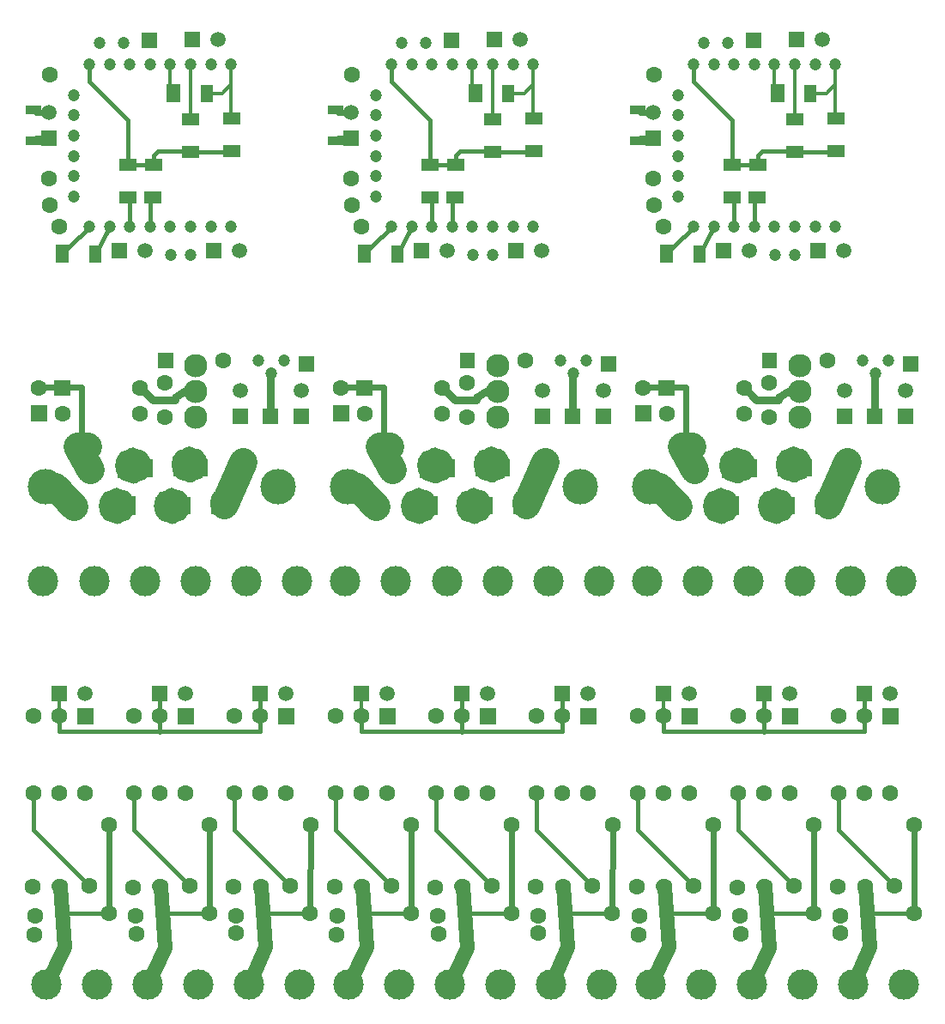
<source format=gbr>
%FSLAX34Y34*%
%MOMM*%
%LNCOPPER_BOTTOM*%
G71*
G01*
%ADD10C, 1.600*%
%ADD11C, 1.200*%
%ADD12R, 1.600X0.870*%
%ADD13C, 1.520*%
%ADD14R, 1.800X1.300*%
%ADD15R, 1.300X1.800*%
%ADD16C, 0.400*%
%ADD17C, 0.300*%
%ADD18C, 0.600*%
%ADD19C, 3.500*%
%ADD20C, 1.600*%
%ADD21C, 3.000*%
%ADD22C, 1.800*%
%ADD23C, 2.800*%
%ADD24C, 2.300*%
%ADD25C, 1.200*%
%ADD26C, 0.800*%
%ADD27C, 1.600*%
%ADD28C, 1.400*%
%ADD29C, 1.400*%
%LPD*%
X32022Y947422D02*
G54D10*
D03*
X31932Y819178D02*
G54D10*
D03*
X210739Y957395D02*
G54D11*
D03*
X190739Y957395D02*
G54D11*
D03*
X170739Y957395D02*
G54D11*
D03*
X150739Y957395D02*
G54D11*
D03*
X130739Y957395D02*
G54D11*
D03*
X110739Y957395D02*
G54D11*
D03*
X90739Y957395D02*
G54D11*
D03*
X70739Y957395D02*
G54D11*
D03*
X55739Y927395D02*
G54D11*
D03*
X55739Y907395D02*
G54D11*
D03*
X55739Y887395D02*
G54D11*
D03*
X55739Y867395D02*
G54D11*
D03*
X55739Y847395D02*
G54D11*
D03*
X55739Y827395D02*
G54D11*
D03*
X70700Y797600D02*
G54D11*
D03*
X90700Y797600D02*
G54D11*
D03*
X110700Y797600D02*
G54D11*
D03*
X130700Y797600D02*
G54D11*
D03*
X150700Y797600D02*
G54D11*
D03*
X170700Y797600D02*
G54D11*
D03*
X190700Y797600D02*
G54D11*
D03*
X210700Y797600D02*
G54D11*
D03*
X41100Y797700D02*
G54D10*
D03*
X31222Y844978D02*
G54D10*
D03*
G36*
X137616Y974095D02*
X122416Y974095D01*
X122416Y989295D01*
X137616Y989295D01*
X137616Y974095D01*
G37*
X15622Y912609D02*
G54D12*
D03*
X15622Y882209D02*
G54D12*
D03*
G36*
X23722Y877009D02*
X23722Y892209D01*
X38922Y892209D01*
X38922Y877009D01*
X23722Y877009D01*
G37*
X31322Y910009D02*
G54D13*
D03*
G36*
X164700Y989500D02*
X179900Y989500D01*
X179900Y974300D01*
X164700Y974300D01*
X164700Y989500D01*
G37*
X197700Y981900D02*
G54D13*
D03*
X211501Y904316D02*
G54D14*
D03*
X211401Y871816D02*
G54D14*
D03*
X170801Y903616D02*
G54D14*
D03*
X170701Y871116D02*
G54D14*
D03*
G36*
X147312Y938128D02*
X160312Y938128D01*
X160312Y920128D01*
X147312Y920128D01*
X147312Y938128D01*
G37*
X186312Y929028D02*
G54D15*
D03*
X109201Y858516D02*
G54D14*
D03*
X109101Y826016D02*
G54D14*
D03*
X133901Y858616D02*
G54D14*
D03*
X133801Y826116D02*
G54D14*
D03*
G36*
X37612Y779728D02*
X50612Y779728D01*
X50612Y761728D01*
X37612Y761728D01*
X37612Y779728D01*
G37*
X76612Y770628D02*
G54D15*
D03*
G54D16*
X71100Y796800D02*
X51300Y777916D01*
X44112Y770728D01*
G54D16*
X90700Y797200D02*
X76612Y770628D01*
G54D16*
X110700Y797600D02*
X110700Y824417D01*
X109101Y826016D01*
G54D16*
X130700Y797600D02*
X130700Y823015D01*
X133801Y826116D01*
G36*
X92900Y781200D02*
X108100Y781200D01*
X108100Y766000D01*
X92900Y766000D01*
X92900Y781200D01*
G37*
X125900Y773600D02*
G54D13*
D03*
G54D17*
X170700Y957600D02*
X170700Y903717D01*
X170801Y903616D01*
G54D17*
X210700Y957600D02*
X210700Y905117D01*
X211501Y904316D01*
G54D17*
X150700Y957600D02*
X150700Y932239D01*
X153812Y929128D01*
G54D17*
X210739Y957395D02*
X210739Y937839D01*
X201900Y929000D01*
X186339Y929000D01*
X186312Y929028D01*
G54D16*
X70739Y957395D02*
X70739Y940361D01*
X108800Y902300D01*
X108800Y858917D01*
X109201Y858516D01*
X133801Y858516D01*
X133901Y858616D01*
X133901Y867801D01*
X138600Y872500D01*
X169317Y872500D01*
X170701Y871116D01*
X210701Y871116D01*
X211401Y871816D01*
X104639Y979195D02*
G54D11*
D03*
X80639Y979195D02*
G54D11*
D03*
X150800Y770100D02*
G54D11*
D03*
X170800Y770100D02*
G54D11*
D03*
G54D18*
X31322Y910009D02*
X18222Y910009D01*
X15622Y912609D01*
G54D18*
X31322Y884609D02*
X18022Y884609D01*
X15622Y882209D01*
G36*
X185700Y781500D02*
X200900Y781500D01*
X200900Y766300D01*
X185700Y766300D01*
X185700Y781500D01*
G37*
X218700Y773900D02*
G54D13*
D03*
X27320Y540700D02*
G54D19*
D03*
X257320Y540700D02*
G54D19*
D03*
X27320Y540700D02*
G54D19*
D03*
X257320Y540700D02*
G54D19*
D03*
X27320Y540700D02*
G54D19*
D03*
X257320Y540700D02*
G54D19*
D03*
G36*
X36332Y646461D02*
X52332Y646461D01*
X52332Y630461D01*
X36332Y630461D01*
X36332Y646461D01*
G37*
X44332Y612961D02*
G54D20*
D03*
X120832Y638461D02*
G54D20*
D03*
X120832Y612961D02*
G54D20*
D03*
X20885Y638696D02*
G54D10*
D03*
G36*
X12885Y605296D02*
X12885Y621296D01*
X28885Y621296D01*
X28885Y605296D01*
X12885Y605296D01*
G37*
X202877Y665724D02*
G54D10*
D03*
X275380Y447700D02*
G54D21*
D03*
X225380Y447700D02*
G54D21*
D03*
X175380Y447700D02*
G54D21*
D03*
X125380Y447700D02*
G54D21*
D03*
X75400Y447700D02*
G54D21*
D03*
X25400Y447700D02*
G54D21*
D03*
G36*
X65475Y567399D02*
X78475Y567400D01*
X78476Y549400D01*
X65476Y549399D01*
X65475Y567399D01*
G37*
X104476Y558299D02*
G54D15*
D03*
X55256Y521499D02*
G54D15*
D03*
X87756Y521399D02*
G54D15*
D03*
X164576Y522499D02*
G54D15*
D03*
X197075Y522399D02*
G54D15*
D03*
G36*
X103075Y531499D02*
X116075Y531500D01*
X116076Y513500D01*
X103076Y513499D01*
X103075Y531499D01*
G37*
X142076Y522400D02*
G54D15*
D03*
X181976Y559400D02*
G54D15*
D03*
X214476Y559300D02*
G54D15*
D03*
G36*
X120475Y568399D02*
X133475Y568400D01*
X133476Y550400D01*
X120476Y550399D01*
X120475Y568399D01*
G37*
X159475Y559299D02*
G54D15*
D03*
G54D22*
G75*
G01X122984Y561865D02*
G03X122984Y561865I-9000J0D01*
G01*
G54D22*
G75*
G01X178664Y562865D02*
G03X178664Y562865I-9000J0D01*
G01*
G54D22*
G75*
G01X106945Y522064D02*
G03X106945Y522064I-9000J0D01*
G01*
G54D22*
G75*
G01X161264Y522065D02*
G03X161264Y522065I-9000J0D01*
G01*
G54D23*
X221976Y565600D02*
X203723Y523703D01*
X203723Y526703D01*
G54D23*
X71975Y558399D02*
X58976Y581137D01*
X69152Y580961D01*
G54D23*
X27320Y540700D02*
X37055Y540700D01*
X55256Y521499D01*
X176001Y660403D02*
G54D24*
D03*
X176001Y635003D02*
G54D24*
D03*
X176001Y609603D02*
G54D24*
D03*
X176001Y660403D02*
G54D24*
D03*
X176001Y635003D02*
G54D24*
D03*
X176001Y609603D02*
G54D24*
D03*
X145547Y609973D02*
G54D10*
D03*
G36*
X272271Y602879D02*
X272271Y618079D01*
X287471Y618079D01*
X287471Y602879D01*
X272271Y602879D01*
G37*
X279871Y635879D02*
G54D13*
D03*
G36*
X212271Y602879D02*
X212271Y618079D01*
X227471Y618079D01*
X227471Y602879D01*
X212271Y602879D01*
G37*
X219871Y635879D02*
G54D13*
D03*
G36*
X138106Y672995D02*
X153306Y672995D01*
X153306Y657795D01*
X138106Y657795D01*
X138106Y672995D01*
G37*
X237600Y665550D02*
G54D25*
D03*
X250300Y652850D02*
G54D25*
D03*
X263000Y665550D02*
G54D25*
D03*
X237600Y665550D02*
G54D25*
D03*
X250300Y652850D02*
G54D25*
D03*
X263000Y665550D02*
G54D25*
D03*
X145647Y643473D02*
G54D10*
D03*
G54D26*
X120832Y638461D02*
X121539Y638461D01*
X133000Y627000D01*
X155000Y627000D01*
X155000Y629000D01*
X164000Y635000D01*
X176001Y635003D01*
G36*
X242106Y617995D02*
X257306Y617995D01*
X257306Y602795D01*
X242106Y602795D01*
X242106Y617995D01*
G37*
G36*
X277106Y669995D02*
X292306Y669995D01*
X292306Y654795D01*
X277106Y654795D01*
X277106Y669995D01*
G37*
G54D26*
X249706Y610395D02*
X249706Y653444D01*
X250300Y652850D01*
G54D18*
X63000Y582000D02*
X63000Y639000D01*
X44000Y639000D01*
X21000Y639000D01*
X278454Y50129D02*
G54D21*
D03*
X228454Y50129D02*
G54D21*
D03*
X178454Y50129D02*
G54D21*
D03*
X128454Y50129D02*
G54D21*
D03*
G36*
X74654Y306929D02*
X58654Y306929D01*
X58654Y322929D01*
X74654Y322929D01*
X74654Y306929D01*
G37*
X41254Y314929D02*
G54D27*
D03*
X15854Y314929D02*
G54D27*
D03*
X15854Y238729D02*
G54D27*
D03*
X41254Y238729D02*
G54D27*
D03*
X66654Y238729D02*
G54D27*
D03*
G36*
X73654Y307929D02*
X59654Y307929D01*
X59654Y321929D01*
X73654Y321929D01*
X73654Y307929D01*
G37*
X41254Y314929D02*
G54D28*
D03*
X15854Y314929D02*
G54D28*
D03*
X15854Y238729D02*
G54D28*
D03*
X41254Y238729D02*
G54D28*
D03*
X66654Y238729D02*
G54D28*
D03*
G54D29*
X28454Y50129D02*
X46447Y86882D01*
X41685Y146764D01*
X40668Y147782D01*
G54D18*
X89963Y120225D02*
X90575Y207229D01*
X41685Y146764D02*
G54D10*
D03*
X15099Y146240D02*
G54D10*
D03*
X17196Y118170D02*
G54D10*
D03*
X89963Y120225D02*
G54D10*
D03*
X70685Y147764D02*
G54D10*
D03*
G54D16*
X15854Y238729D02*
X15854Y202596D01*
X70685Y147764D01*
G54D16*
X89963Y120225D02*
X41076Y120225D01*
X39848Y121453D01*
X90575Y207228D02*
G54D10*
D03*
X78454Y50129D02*
G54D21*
D03*
X28454Y50129D02*
G54D21*
D03*
G36*
X173679Y306800D02*
X157679Y306800D01*
X157679Y322800D01*
X173679Y322800D01*
X173679Y306800D01*
G37*
X140279Y314800D02*
G54D27*
D03*
X114879Y314800D02*
G54D27*
D03*
X114879Y238600D02*
G54D27*
D03*
X140279Y238600D02*
G54D27*
D03*
X165679Y238600D02*
G54D27*
D03*
G36*
X172679Y307800D02*
X158679Y307800D01*
X158679Y321800D01*
X172679Y321800D01*
X172679Y307800D01*
G37*
X140279Y314800D02*
G54D28*
D03*
X114879Y314800D02*
G54D28*
D03*
X114879Y238600D02*
G54D28*
D03*
X140279Y238600D02*
G54D28*
D03*
X165678Y238600D02*
G54D28*
D03*
G54D29*
X128454Y50129D02*
X145472Y86753D01*
X140710Y146636D01*
X139693Y147653D01*
G54D18*
X188988Y120096D02*
X189600Y207100D01*
X140710Y146636D02*
G54D10*
D03*
X114124Y146111D02*
G54D10*
D03*
X116222Y118042D02*
G54D10*
D03*
X188988Y120096D02*
G54D10*
D03*
X169710Y147636D02*
G54D10*
D03*
G54D16*
X114879Y238600D02*
X114879Y202467D01*
X169710Y147636D01*
G54D16*
X188988Y120096D02*
X140101Y120096D01*
X138872Y121324D01*
X189600Y207100D02*
G54D10*
D03*
G36*
X272879Y322900D02*
X256879Y322900D01*
X256879Y306900D01*
X272879Y306900D01*
X272879Y322900D01*
G37*
X239479Y314900D02*
G54D27*
D03*
X214079Y314900D02*
G54D27*
D03*
X214079Y238700D02*
G54D27*
D03*
X239479Y238700D02*
G54D27*
D03*
X264879Y238700D02*
G54D27*
D03*
G36*
X271879Y307900D02*
X257879Y307900D01*
X257879Y321900D01*
X271879Y321900D01*
X271879Y307900D01*
G37*
X239479Y314900D02*
G54D28*
D03*
X214079Y314900D02*
G54D28*
D03*
X214079Y238700D02*
G54D28*
D03*
X239479Y238700D02*
G54D28*
D03*
X264878Y238700D02*
G54D28*
D03*
G54D29*
X228454Y50129D02*
X244672Y86853D01*
X239910Y146736D01*
X238893Y147753D01*
G54D18*
X288188Y120196D02*
X288800Y207200D01*
X239910Y146736D02*
G54D10*
D03*
X213324Y146211D02*
G54D10*
D03*
X215422Y118142D02*
G54D10*
D03*
X288188Y120196D02*
G54D10*
D03*
X268910Y147736D02*
G54D10*
D03*
G54D16*
X214079Y238700D02*
X214079Y202567D01*
X268910Y147736D01*
G54D16*
X288188Y120196D02*
X239301Y120196D01*
X238072Y121424D01*
X288800Y207200D02*
G54D10*
D03*
G54D16*
X41454Y299500D02*
X239454Y299500D01*
X239454Y326704D01*
X239479Y341728D01*
G54D16*
X140279Y314800D02*
X140279Y341754D01*
X140454Y341929D01*
X16675Y99507D02*
G54D10*
D03*
X116975Y100207D02*
G54D10*
D03*
X215775Y100607D02*
G54D10*
D03*
G54D16*
X41254Y314929D02*
X41254Y299700D01*
X41454Y299500D01*
G54D16*
X140279Y314800D02*
X140279Y299404D01*
X140454Y299229D01*
G36*
X33754Y344929D02*
X48954Y344929D01*
X48954Y329729D01*
X33754Y329729D01*
X33754Y344929D01*
G37*
X66754Y337329D02*
G54D13*
D03*
G36*
X132854Y344929D02*
X148054Y344929D01*
X148054Y329729D01*
X132854Y329729D01*
X132854Y344929D01*
G37*
X165854Y337329D02*
G54D13*
D03*
G36*
X231754Y329729D02*
X246954Y329729D01*
X246954Y344929D01*
X231754Y344929D01*
X231754Y329729D01*
G37*
X264754Y337329D02*
G54D13*
D03*
G54D17*
X41354Y337329D02*
X41354Y315029D01*
X41254Y314929D01*
X330022Y947422D02*
G54D10*
D03*
X329932Y819178D02*
G54D10*
D03*
X508739Y957395D02*
G54D11*
D03*
X488739Y957395D02*
G54D11*
D03*
X468739Y957395D02*
G54D11*
D03*
X448739Y957395D02*
G54D11*
D03*
X428739Y957395D02*
G54D11*
D03*
X408739Y957395D02*
G54D11*
D03*
X388739Y957395D02*
G54D11*
D03*
X368739Y957395D02*
G54D11*
D03*
X353739Y927395D02*
G54D11*
D03*
X353739Y907395D02*
G54D11*
D03*
X353739Y887395D02*
G54D11*
D03*
X353739Y867395D02*
G54D11*
D03*
X353739Y847395D02*
G54D11*
D03*
X353739Y827395D02*
G54D11*
D03*
X368700Y797600D02*
G54D11*
D03*
X388700Y797600D02*
G54D11*
D03*
X408700Y797600D02*
G54D11*
D03*
X428700Y797600D02*
G54D11*
D03*
X448700Y797600D02*
G54D11*
D03*
X468700Y797600D02*
G54D11*
D03*
X488700Y797600D02*
G54D11*
D03*
X508700Y797600D02*
G54D11*
D03*
X339100Y797700D02*
G54D10*
D03*
X329222Y844978D02*
G54D10*
D03*
G36*
X435616Y974095D02*
X420416Y974095D01*
X420416Y989295D01*
X435616Y989295D01*
X435616Y974095D01*
G37*
X313622Y912609D02*
G54D12*
D03*
X313622Y882209D02*
G54D12*
D03*
G36*
X321722Y877009D02*
X321722Y892209D01*
X336922Y892209D01*
X336922Y877009D01*
X321722Y877009D01*
G37*
X329322Y910009D02*
G54D13*
D03*
G36*
X462700Y989500D02*
X477900Y989500D01*
X477900Y974300D01*
X462700Y974300D01*
X462700Y989500D01*
G37*
X495700Y981900D02*
G54D13*
D03*
X509501Y904316D02*
G54D14*
D03*
X509401Y871816D02*
G54D14*
D03*
X468801Y903616D02*
G54D14*
D03*
X468701Y871116D02*
G54D14*
D03*
G36*
X445312Y938128D02*
X458312Y938128D01*
X458312Y920128D01*
X445312Y920128D01*
X445312Y938128D01*
G37*
X484312Y929028D02*
G54D15*
D03*
X407201Y858516D02*
G54D14*
D03*
X407101Y826016D02*
G54D14*
D03*
X431901Y858616D02*
G54D14*
D03*
X431801Y826116D02*
G54D14*
D03*
G36*
X335612Y779728D02*
X348612Y779728D01*
X348612Y761728D01*
X335612Y761728D01*
X335612Y779728D01*
G37*
X374612Y770628D02*
G54D15*
D03*
G54D16*
X369100Y796800D02*
X349300Y777916D01*
X342112Y770728D01*
G54D16*
X388700Y797200D02*
X374612Y770628D01*
G54D16*
X408700Y797600D02*
X408700Y824417D01*
X407101Y826016D01*
G54D16*
X428700Y797600D02*
X428700Y823015D01*
X431801Y826116D01*
G36*
X390900Y781200D02*
X406100Y781200D01*
X406100Y766000D01*
X390900Y766000D01*
X390900Y781200D01*
G37*
X423900Y773600D02*
G54D13*
D03*
G54D17*
X468700Y957600D02*
X468700Y903717D01*
X468801Y903616D01*
G54D17*
X508700Y957600D02*
X508700Y905117D01*
X509501Y904316D01*
G54D17*
X448700Y957600D02*
X448700Y932239D01*
X451812Y929128D01*
G54D17*
X508739Y957395D02*
X508739Y937839D01*
X499900Y929000D01*
X484339Y929000D01*
X484312Y929028D01*
G54D16*
X368739Y957395D02*
X368739Y940361D01*
X406800Y902300D01*
X406800Y858917D01*
X407201Y858516D01*
X431801Y858516D01*
X431901Y858616D01*
X431901Y867801D01*
X436600Y872500D01*
X467317Y872500D01*
X468701Y871116D01*
X508701Y871116D01*
X509401Y871816D01*
X402639Y979195D02*
G54D11*
D03*
X378639Y979195D02*
G54D11*
D03*
X448800Y770100D02*
G54D11*
D03*
X468800Y770100D02*
G54D11*
D03*
G54D18*
X329322Y910009D02*
X316222Y910009D01*
X313622Y912609D01*
G54D18*
X329322Y884609D02*
X316022Y884609D01*
X313622Y882209D01*
G36*
X483700Y781500D02*
X498900Y781500D01*
X498900Y766300D01*
X483700Y766300D01*
X483700Y781500D01*
G37*
X516700Y773900D02*
G54D13*
D03*
X325320Y540700D02*
G54D19*
D03*
X555320Y540700D02*
G54D19*
D03*
X325320Y540700D02*
G54D19*
D03*
X555320Y540700D02*
G54D19*
D03*
X325320Y540700D02*
G54D19*
D03*
X555320Y540700D02*
G54D19*
D03*
G36*
X334332Y646461D02*
X350332Y646461D01*
X350332Y630461D01*
X334332Y630461D01*
X334332Y646461D01*
G37*
X342332Y612961D02*
G54D20*
D03*
X418832Y638461D02*
G54D20*
D03*
X418832Y612961D02*
G54D20*
D03*
X318885Y638696D02*
G54D10*
D03*
G36*
X310885Y605296D02*
X310885Y621296D01*
X326885Y621296D01*
X326885Y605296D01*
X310885Y605296D01*
G37*
X500877Y665724D02*
G54D10*
D03*
X573380Y447700D02*
G54D21*
D03*
X523380Y447700D02*
G54D21*
D03*
X473380Y447700D02*
G54D21*
D03*
X423380Y447700D02*
G54D21*
D03*
X373400Y447700D02*
G54D21*
D03*
X323400Y447700D02*
G54D21*
D03*
G36*
X363475Y567399D02*
X376475Y567400D01*
X376476Y549400D01*
X363476Y549399D01*
X363475Y567399D01*
G37*
X402476Y558299D02*
G54D15*
D03*
X353256Y521499D02*
G54D15*
D03*
X385756Y521399D02*
G54D15*
D03*
X462576Y522499D02*
G54D15*
D03*
X495075Y522399D02*
G54D15*
D03*
G36*
X401075Y531499D02*
X414075Y531500D01*
X414076Y513500D01*
X401076Y513499D01*
X401075Y531499D01*
G37*
X440076Y522400D02*
G54D15*
D03*
X479976Y559400D02*
G54D15*
D03*
X512476Y559300D02*
G54D15*
D03*
G36*
X418475Y568399D02*
X431475Y568400D01*
X431476Y550400D01*
X418476Y550399D01*
X418475Y568399D01*
G37*
X457475Y559299D02*
G54D15*
D03*
G54D22*
G75*
G01X420984Y561865D02*
G03X420984Y561865I-9000J0D01*
G01*
G54D22*
G75*
G01X476664Y562865D02*
G03X476664Y562865I-9000J0D01*
G01*
G54D22*
G75*
G01X404945Y522064D02*
G03X404945Y522064I-9000J0D01*
G01*
G54D22*
G75*
G01X459264Y522065D02*
G03X459264Y522065I-9000J0D01*
G01*
G54D23*
X519976Y565600D02*
X501723Y523703D01*
X501723Y526703D01*
G54D23*
X369975Y558399D02*
X356976Y581137D01*
X367152Y580961D01*
G54D23*
X325320Y540700D02*
X335055Y540700D01*
X353256Y521499D01*
X474001Y660403D02*
G54D24*
D03*
X474001Y635003D02*
G54D24*
D03*
X474001Y609603D02*
G54D24*
D03*
X474001Y660403D02*
G54D24*
D03*
X474001Y635003D02*
G54D24*
D03*
X474001Y609603D02*
G54D24*
D03*
X443547Y609973D02*
G54D10*
D03*
G36*
X570271Y602879D02*
X570271Y618079D01*
X585471Y618079D01*
X585471Y602879D01*
X570271Y602879D01*
G37*
X577871Y635879D02*
G54D13*
D03*
G36*
X510271Y602879D02*
X510271Y618079D01*
X525471Y618079D01*
X525471Y602879D01*
X510271Y602879D01*
G37*
X517871Y635879D02*
G54D13*
D03*
G36*
X436106Y672995D02*
X451306Y672995D01*
X451306Y657795D01*
X436106Y657795D01*
X436106Y672995D01*
G37*
X535600Y665550D02*
G54D25*
D03*
X548300Y652850D02*
G54D25*
D03*
X561000Y665550D02*
G54D25*
D03*
X535600Y665550D02*
G54D25*
D03*
X548300Y652850D02*
G54D25*
D03*
X561000Y665550D02*
G54D25*
D03*
X443647Y643473D02*
G54D10*
D03*
G54D26*
X418832Y638461D02*
X419539Y638461D01*
X431000Y627000D01*
X453000Y627000D01*
X453000Y629000D01*
X462000Y635000D01*
X474001Y635003D01*
G36*
X540106Y617995D02*
X555306Y617995D01*
X555306Y602795D01*
X540106Y602795D01*
X540106Y617995D01*
G37*
G36*
X575106Y669995D02*
X590306Y669995D01*
X590306Y654795D01*
X575106Y654795D01*
X575106Y669995D01*
G37*
G54D26*
X547706Y610395D02*
X547706Y653444D01*
X548300Y652850D01*
G54D18*
X361000Y582000D02*
X361000Y639000D01*
X342000Y639000D01*
X319000Y639000D01*
X576454Y50129D02*
G54D21*
D03*
X526454Y50129D02*
G54D21*
D03*
X476454Y50129D02*
G54D21*
D03*
X426454Y50129D02*
G54D21*
D03*
G36*
X372654Y306929D02*
X356654Y306929D01*
X356654Y322929D01*
X372654Y322929D01*
X372654Y306929D01*
G37*
X339254Y314929D02*
G54D27*
D03*
X313854Y314929D02*
G54D27*
D03*
X313854Y238729D02*
G54D27*
D03*
X339254Y238729D02*
G54D27*
D03*
X364654Y238729D02*
G54D27*
D03*
G36*
X371654Y307929D02*
X357654Y307929D01*
X357654Y321929D01*
X371654Y321929D01*
X371654Y307929D01*
G37*
X339254Y314929D02*
G54D28*
D03*
X313854Y314929D02*
G54D28*
D03*
X313854Y238729D02*
G54D28*
D03*
X339254Y238729D02*
G54D28*
D03*
X364654Y238729D02*
G54D28*
D03*
G54D29*
X326454Y50129D02*
X344447Y86882D01*
X339685Y146764D01*
X338668Y147782D01*
G54D18*
X387963Y120225D02*
X388575Y207229D01*
X339685Y146764D02*
G54D10*
D03*
X313099Y146240D02*
G54D10*
D03*
X315196Y118170D02*
G54D10*
D03*
X387963Y120225D02*
G54D10*
D03*
X368685Y147764D02*
G54D10*
D03*
G54D16*
X313854Y238729D02*
X313854Y202596D01*
X368685Y147764D01*
G54D16*
X387963Y120225D02*
X339076Y120225D01*
X337848Y121453D01*
X388575Y207228D02*
G54D10*
D03*
X376454Y50129D02*
G54D21*
D03*
X326454Y50129D02*
G54D21*
D03*
G36*
X471679Y306800D02*
X455679Y306800D01*
X455679Y322800D01*
X471679Y322800D01*
X471679Y306800D01*
G37*
X438279Y314800D02*
G54D27*
D03*
X412879Y314800D02*
G54D27*
D03*
X412879Y238600D02*
G54D27*
D03*
X438279Y238600D02*
G54D27*
D03*
X463679Y238600D02*
G54D27*
D03*
G36*
X470679Y307800D02*
X456679Y307800D01*
X456679Y321800D01*
X470679Y321800D01*
X470679Y307800D01*
G37*
X438279Y314800D02*
G54D28*
D03*
X412879Y314800D02*
G54D28*
D03*
X412879Y238600D02*
G54D28*
D03*
X438279Y238600D02*
G54D28*
D03*
X463678Y238600D02*
G54D28*
D03*
G54D29*
X426454Y50129D02*
X443472Y86753D01*
X438710Y146636D01*
X437693Y147653D01*
G54D18*
X486988Y120096D02*
X487600Y207100D01*
X438710Y146636D02*
G54D10*
D03*
X412124Y146111D02*
G54D10*
D03*
X414222Y118042D02*
G54D10*
D03*
X486988Y120096D02*
G54D10*
D03*
X467710Y147636D02*
G54D10*
D03*
G54D16*
X412879Y238600D02*
X412879Y202467D01*
X467710Y147636D01*
G54D16*
X486988Y120096D02*
X438101Y120096D01*
X436872Y121324D01*
X487600Y207100D02*
G54D10*
D03*
G36*
X570879Y322900D02*
X554879Y322900D01*
X554879Y306900D01*
X570879Y306900D01*
X570879Y322900D01*
G37*
X537479Y314900D02*
G54D27*
D03*
X512079Y314900D02*
G54D27*
D03*
X512079Y238700D02*
G54D27*
D03*
X537479Y238700D02*
G54D27*
D03*
X562879Y238700D02*
G54D27*
D03*
G36*
X569879Y307900D02*
X555879Y307900D01*
X555879Y321900D01*
X569879Y321900D01*
X569879Y307900D01*
G37*
X537479Y314900D02*
G54D28*
D03*
X512079Y314900D02*
G54D28*
D03*
X512079Y238700D02*
G54D28*
D03*
X537479Y238700D02*
G54D28*
D03*
X562878Y238700D02*
G54D28*
D03*
G54D29*
X526454Y50129D02*
X542672Y86853D01*
X537910Y146736D01*
X536893Y147753D01*
G54D18*
X586188Y120196D02*
X586800Y207200D01*
X537910Y146736D02*
G54D10*
D03*
X511324Y146211D02*
G54D10*
D03*
X513422Y118142D02*
G54D10*
D03*
X586188Y120196D02*
G54D10*
D03*
X566910Y147736D02*
G54D10*
D03*
G54D16*
X512079Y238700D02*
X512079Y202567D01*
X566910Y147736D01*
G54D16*
X586188Y120196D02*
X537301Y120196D01*
X536072Y121424D01*
X586800Y207200D02*
G54D10*
D03*
G54D16*
X339454Y299500D02*
X537454Y299500D01*
X537454Y326704D01*
X537479Y341728D01*
G54D16*
X438279Y314800D02*
X438279Y341754D01*
X438454Y341929D01*
X314675Y99507D02*
G54D10*
D03*
X414975Y100207D02*
G54D10*
D03*
X513775Y100607D02*
G54D10*
D03*
G54D16*
X339254Y314929D02*
X339254Y299700D01*
X339454Y299500D01*
G54D16*
X438279Y314800D02*
X438279Y299404D01*
X438454Y299229D01*
G36*
X331754Y344929D02*
X346954Y344929D01*
X346954Y329729D01*
X331754Y329729D01*
X331754Y344929D01*
G37*
X364754Y337329D02*
G54D13*
D03*
G36*
X430854Y344929D02*
X446054Y344929D01*
X446054Y329729D01*
X430854Y329729D01*
X430854Y344929D01*
G37*
X463854Y337329D02*
G54D13*
D03*
G36*
X529754Y344929D02*
X544954Y344929D01*
X544954Y329729D01*
X529754Y329729D01*
X529754Y344929D01*
G37*
X562754Y337329D02*
G54D13*
D03*
G54D17*
X339354Y337329D02*
X339354Y315029D01*
X339254Y314929D01*
X628022Y947422D02*
G54D10*
D03*
X627932Y819178D02*
G54D10*
D03*
X806739Y957395D02*
G54D11*
D03*
X786739Y957395D02*
G54D11*
D03*
X766739Y957395D02*
G54D11*
D03*
X746739Y957395D02*
G54D11*
D03*
X726739Y957395D02*
G54D11*
D03*
X706739Y957395D02*
G54D11*
D03*
X686739Y957395D02*
G54D11*
D03*
X666739Y957395D02*
G54D11*
D03*
X651739Y927395D02*
G54D11*
D03*
X651739Y907395D02*
G54D11*
D03*
X651739Y887395D02*
G54D11*
D03*
X651739Y867395D02*
G54D11*
D03*
X651739Y847395D02*
G54D11*
D03*
X651739Y827395D02*
G54D11*
D03*
X666700Y797600D02*
G54D11*
D03*
X686700Y797600D02*
G54D11*
D03*
X706700Y797600D02*
G54D11*
D03*
X726700Y797600D02*
G54D11*
D03*
X746700Y797600D02*
G54D11*
D03*
X766700Y797600D02*
G54D11*
D03*
X786700Y797600D02*
G54D11*
D03*
X806700Y797600D02*
G54D11*
D03*
X637100Y797700D02*
G54D10*
D03*
X627222Y844978D02*
G54D10*
D03*
G36*
X733616Y974095D02*
X718416Y974095D01*
X718416Y989295D01*
X733616Y989295D01*
X733616Y974095D01*
G37*
X611622Y912609D02*
G54D12*
D03*
X611622Y882209D02*
G54D12*
D03*
G36*
X619722Y877009D02*
X619722Y892209D01*
X634922Y892209D01*
X634922Y877009D01*
X619722Y877009D01*
G37*
X627322Y910009D02*
G54D13*
D03*
G36*
X760700Y989500D02*
X775900Y989500D01*
X775900Y974300D01*
X760700Y974300D01*
X760700Y989500D01*
G37*
X793700Y981900D02*
G54D13*
D03*
X807501Y904316D02*
G54D14*
D03*
X807401Y871816D02*
G54D14*
D03*
X766801Y903616D02*
G54D14*
D03*
X766701Y871116D02*
G54D14*
D03*
G36*
X743312Y938128D02*
X756312Y938128D01*
X756312Y920128D01*
X743312Y920128D01*
X743312Y938128D01*
G37*
X782312Y929028D02*
G54D15*
D03*
X705201Y858516D02*
G54D14*
D03*
X705101Y826016D02*
G54D14*
D03*
X729901Y858616D02*
G54D14*
D03*
X729801Y826116D02*
G54D14*
D03*
G36*
X633612Y779728D02*
X646612Y779728D01*
X646612Y761728D01*
X633612Y761728D01*
X633612Y779728D01*
G37*
X672612Y770628D02*
G54D15*
D03*
G54D16*
X667100Y796800D02*
X647300Y777916D01*
X640112Y770728D01*
G54D16*
X686700Y797200D02*
X672612Y770628D01*
G54D16*
X706700Y797600D02*
X706700Y824417D01*
X705101Y826016D01*
G54D16*
X726700Y797600D02*
X726700Y823015D01*
X729801Y826116D01*
G36*
X688900Y781200D02*
X704100Y781200D01*
X704100Y766000D01*
X688900Y766000D01*
X688900Y781200D01*
G37*
X721900Y773600D02*
G54D13*
D03*
G54D17*
X766700Y957600D02*
X766700Y903717D01*
X766801Y903616D01*
G54D17*
X806700Y957600D02*
X806700Y905117D01*
X807501Y904316D01*
G54D17*
X746700Y957600D02*
X746700Y932239D01*
X749812Y929128D01*
G54D17*
X806739Y957395D02*
X806739Y937839D01*
X797900Y929000D01*
X782339Y929000D01*
X782312Y929028D01*
G54D16*
X666739Y957395D02*
X666739Y940361D01*
X704800Y902300D01*
X704800Y858917D01*
X705201Y858516D01*
X729801Y858516D01*
X729901Y858616D01*
X729901Y867801D01*
X734600Y872500D01*
X765317Y872500D01*
X766701Y871116D01*
X806701Y871116D01*
X807401Y871816D01*
X700639Y979195D02*
G54D11*
D03*
X676639Y979195D02*
G54D11*
D03*
X746800Y770100D02*
G54D11*
D03*
X766800Y770100D02*
G54D11*
D03*
G54D18*
X627322Y910009D02*
X614222Y910009D01*
X611622Y912609D01*
G54D18*
X627322Y884609D02*
X614022Y884609D01*
X611622Y882209D01*
G36*
X781700Y781500D02*
X796900Y781500D01*
X796900Y766300D01*
X781700Y766300D01*
X781700Y781500D01*
G37*
X814700Y773900D02*
G54D13*
D03*
X623320Y540700D02*
G54D19*
D03*
X853320Y540700D02*
G54D19*
D03*
X623320Y540700D02*
G54D19*
D03*
X853320Y540700D02*
G54D19*
D03*
X623320Y540700D02*
G54D19*
D03*
X853320Y540700D02*
G54D19*
D03*
G36*
X632332Y646461D02*
X648332Y646461D01*
X648332Y630461D01*
X632332Y630461D01*
X632332Y646461D01*
G37*
X640332Y612961D02*
G54D20*
D03*
X716832Y638461D02*
G54D20*
D03*
X716832Y612961D02*
G54D20*
D03*
X616885Y638696D02*
G54D10*
D03*
G36*
X608885Y605296D02*
X608885Y621296D01*
X624885Y621296D01*
X624885Y605296D01*
X608885Y605296D01*
G37*
X798877Y665724D02*
G54D10*
D03*
X871380Y447700D02*
G54D21*
D03*
X821380Y447700D02*
G54D21*
D03*
X771380Y447700D02*
G54D21*
D03*
X721380Y447700D02*
G54D21*
D03*
X671400Y447700D02*
G54D21*
D03*
X621400Y447700D02*
G54D21*
D03*
G36*
X661475Y567399D02*
X674475Y567400D01*
X674476Y549400D01*
X661476Y549399D01*
X661475Y567399D01*
G37*
X700476Y558299D02*
G54D15*
D03*
X651256Y521499D02*
G54D15*
D03*
X683756Y521399D02*
G54D15*
D03*
X760576Y522499D02*
G54D15*
D03*
X793075Y522399D02*
G54D15*
D03*
G36*
X699075Y531499D02*
X712075Y531500D01*
X712076Y513500D01*
X699076Y513499D01*
X699075Y531499D01*
G37*
X738076Y522400D02*
G54D15*
D03*
X777976Y559400D02*
G54D15*
D03*
X810476Y559300D02*
G54D15*
D03*
G36*
X716475Y568399D02*
X729475Y568400D01*
X729476Y550400D01*
X716476Y550399D01*
X716475Y568399D01*
G37*
X755475Y559299D02*
G54D15*
D03*
G54D22*
G75*
G01X718984Y561865D02*
G03X718984Y561865I-9000J0D01*
G01*
G54D22*
G75*
G01X774664Y562865D02*
G03X774664Y562865I-9000J0D01*
G01*
G54D22*
G75*
G01X702945Y522064D02*
G03X702945Y522064I-9000J0D01*
G01*
G54D22*
G75*
G01X757264Y522065D02*
G03X757264Y522065I-9000J0D01*
G01*
G54D23*
X817976Y565600D02*
X799723Y523703D01*
X799723Y526703D01*
G54D23*
X667975Y558399D02*
X654976Y581137D01*
X665152Y580961D01*
G54D23*
X623320Y540700D02*
X633055Y540700D01*
X651256Y521499D01*
X772001Y660403D02*
G54D24*
D03*
X772001Y635003D02*
G54D24*
D03*
X772001Y609603D02*
G54D24*
D03*
X772001Y660403D02*
G54D24*
D03*
X772001Y635003D02*
G54D24*
D03*
X772001Y609603D02*
G54D24*
D03*
X741547Y609973D02*
G54D10*
D03*
G36*
X868271Y602879D02*
X868271Y618079D01*
X883471Y618079D01*
X883471Y602879D01*
X868271Y602879D01*
G37*
X875871Y635879D02*
G54D13*
D03*
G36*
X808271Y602879D02*
X808271Y618079D01*
X823471Y618079D01*
X823471Y602879D01*
X808271Y602879D01*
G37*
X815871Y635879D02*
G54D13*
D03*
G36*
X734106Y672995D02*
X749306Y672995D01*
X749306Y657795D01*
X734106Y657795D01*
X734106Y672995D01*
G37*
X833600Y665550D02*
G54D25*
D03*
X846300Y652850D02*
G54D25*
D03*
X859000Y665550D02*
G54D25*
D03*
X833600Y665550D02*
G54D25*
D03*
X846300Y652850D02*
G54D25*
D03*
X859000Y665550D02*
G54D25*
D03*
X741647Y643473D02*
G54D10*
D03*
G54D26*
X716832Y638461D02*
X717539Y638461D01*
X729000Y627000D01*
X751000Y627000D01*
X751000Y629000D01*
X760000Y635000D01*
X772001Y635003D01*
G36*
X838106Y617995D02*
X853306Y617995D01*
X853306Y602795D01*
X838106Y602795D01*
X838106Y617995D01*
G37*
G36*
X873106Y669995D02*
X888306Y669995D01*
X888306Y654795D01*
X873106Y654795D01*
X873106Y669995D01*
G37*
G54D26*
X845706Y610395D02*
X845706Y653444D01*
X846300Y652850D01*
G54D18*
X659000Y582000D02*
X659000Y639000D01*
X640000Y639000D01*
X617000Y639000D01*
X874454Y50129D02*
G54D21*
D03*
X824454Y50129D02*
G54D21*
D03*
X774454Y50129D02*
G54D21*
D03*
X724454Y50129D02*
G54D21*
D03*
G36*
X670654Y306929D02*
X654654Y306929D01*
X654654Y322929D01*
X670654Y322929D01*
X670654Y306929D01*
G37*
X637254Y314929D02*
G54D27*
D03*
X611854Y314929D02*
G54D27*
D03*
X611854Y238729D02*
G54D27*
D03*
X637254Y238729D02*
G54D27*
D03*
X662654Y238729D02*
G54D27*
D03*
G36*
X669654Y307929D02*
X655654Y307929D01*
X655654Y321929D01*
X669654Y321929D01*
X669654Y307929D01*
G37*
X637254Y314929D02*
G54D28*
D03*
X611854Y314929D02*
G54D28*
D03*
X611854Y238729D02*
G54D28*
D03*
X637254Y238729D02*
G54D28*
D03*
X662654Y238729D02*
G54D28*
D03*
G54D29*
X624454Y50129D02*
X642447Y86882D01*
X637685Y146764D01*
X636668Y147782D01*
G54D18*
X685963Y120225D02*
X686575Y207229D01*
X637685Y146764D02*
G54D10*
D03*
X611099Y146240D02*
G54D10*
D03*
X613196Y118170D02*
G54D10*
D03*
X685963Y120225D02*
G54D10*
D03*
X666685Y147764D02*
G54D10*
D03*
G54D16*
X611854Y238729D02*
X611854Y202596D01*
X666685Y147764D01*
G54D16*
X685963Y120225D02*
X637076Y120225D01*
X635848Y121453D01*
X686575Y207228D02*
G54D10*
D03*
X674454Y50129D02*
G54D21*
D03*
X624454Y50129D02*
G54D21*
D03*
G36*
X769679Y306800D02*
X753679Y306800D01*
X753679Y322800D01*
X769679Y322800D01*
X769679Y306800D01*
G37*
X736279Y314800D02*
G54D27*
D03*
X710879Y314800D02*
G54D27*
D03*
X710879Y238600D02*
G54D27*
D03*
X736279Y238600D02*
G54D27*
D03*
X761679Y238600D02*
G54D27*
D03*
G36*
X768679Y307800D02*
X754679Y307800D01*
X754679Y321800D01*
X768679Y321800D01*
X768679Y307800D01*
G37*
X736279Y314800D02*
G54D28*
D03*
X710879Y314800D02*
G54D28*
D03*
X710879Y238600D02*
G54D28*
D03*
X736279Y238600D02*
G54D28*
D03*
X761678Y238600D02*
G54D28*
D03*
G54D29*
X724454Y50129D02*
X741472Y86753D01*
X736710Y146636D01*
X735693Y147653D01*
G54D18*
X784988Y120096D02*
X785600Y207100D01*
X736710Y146636D02*
G54D10*
D03*
X710124Y146111D02*
G54D10*
D03*
X712222Y118042D02*
G54D10*
D03*
X784988Y120096D02*
G54D10*
D03*
X765710Y147636D02*
G54D10*
D03*
G54D16*
X710879Y238600D02*
X710879Y202467D01*
X765710Y147636D01*
G54D16*
X784988Y120096D02*
X736101Y120096D01*
X734872Y121324D01*
X785600Y207100D02*
G54D10*
D03*
G36*
X868879Y306900D02*
X852879Y306900D01*
X852879Y322900D01*
X868879Y322900D01*
X868879Y306900D01*
G37*
X835479Y314900D02*
G54D27*
D03*
X810079Y314900D02*
G54D27*
D03*
X810079Y238700D02*
G54D27*
D03*
X835479Y238700D02*
G54D27*
D03*
X860879Y238700D02*
G54D27*
D03*
G36*
X867879Y307900D02*
X853879Y307900D01*
X853879Y321900D01*
X867879Y321900D01*
X867879Y307900D01*
G37*
X835479Y314900D02*
G54D28*
D03*
X810079Y314900D02*
G54D28*
D03*
X810079Y238700D02*
G54D28*
D03*
X835479Y238700D02*
G54D28*
D03*
X860878Y238700D02*
G54D28*
D03*
G54D29*
X824454Y50129D02*
X840672Y86853D01*
X835910Y146736D01*
X834893Y147753D01*
G54D18*
X884188Y120196D02*
X884800Y207200D01*
X835910Y146736D02*
G54D10*
D03*
X809324Y146211D02*
G54D10*
D03*
X811422Y118142D02*
G54D10*
D03*
X884188Y120196D02*
G54D10*
D03*
X864910Y147736D02*
G54D10*
D03*
G54D16*
X810079Y238700D02*
X810079Y202567D01*
X864910Y147736D01*
G54D16*
X884188Y120196D02*
X835301Y120196D01*
X834072Y121424D01*
X884800Y207200D02*
G54D10*
D03*
G54D16*
X637454Y299500D02*
X835454Y299500D01*
X835454Y326704D01*
X835479Y341728D01*
G54D16*
X736279Y314800D02*
X736279Y341754D01*
X736454Y341929D01*
X612675Y99507D02*
G54D10*
D03*
X712975Y100207D02*
G54D10*
D03*
X811775Y100607D02*
G54D10*
D03*
G54D16*
X637254Y314929D02*
X637254Y299700D01*
X637454Y299500D01*
G54D16*
X736279Y314800D02*
X736279Y299404D01*
X736454Y299229D01*
G36*
X629754Y344929D02*
X644954Y344929D01*
X644954Y329729D01*
X629754Y329729D01*
X629754Y344929D01*
G37*
X662754Y337329D02*
G54D13*
D03*
G36*
X728854Y344929D02*
X744054Y344929D01*
X744054Y329729D01*
X728854Y329729D01*
X728854Y344929D01*
G37*
X761854Y337329D02*
G54D13*
D03*
G36*
X827754Y344929D02*
X842954Y344929D01*
X842954Y329729D01*
X827754Y329729D01*
X827754Y344929D01*
G37*
X860754Y337329D02*
G54D13*
D03*
G54D17*
X637354Y337329D02*
X637354Y315029D01*
X637254Y314929D01*
M02*

</source>
